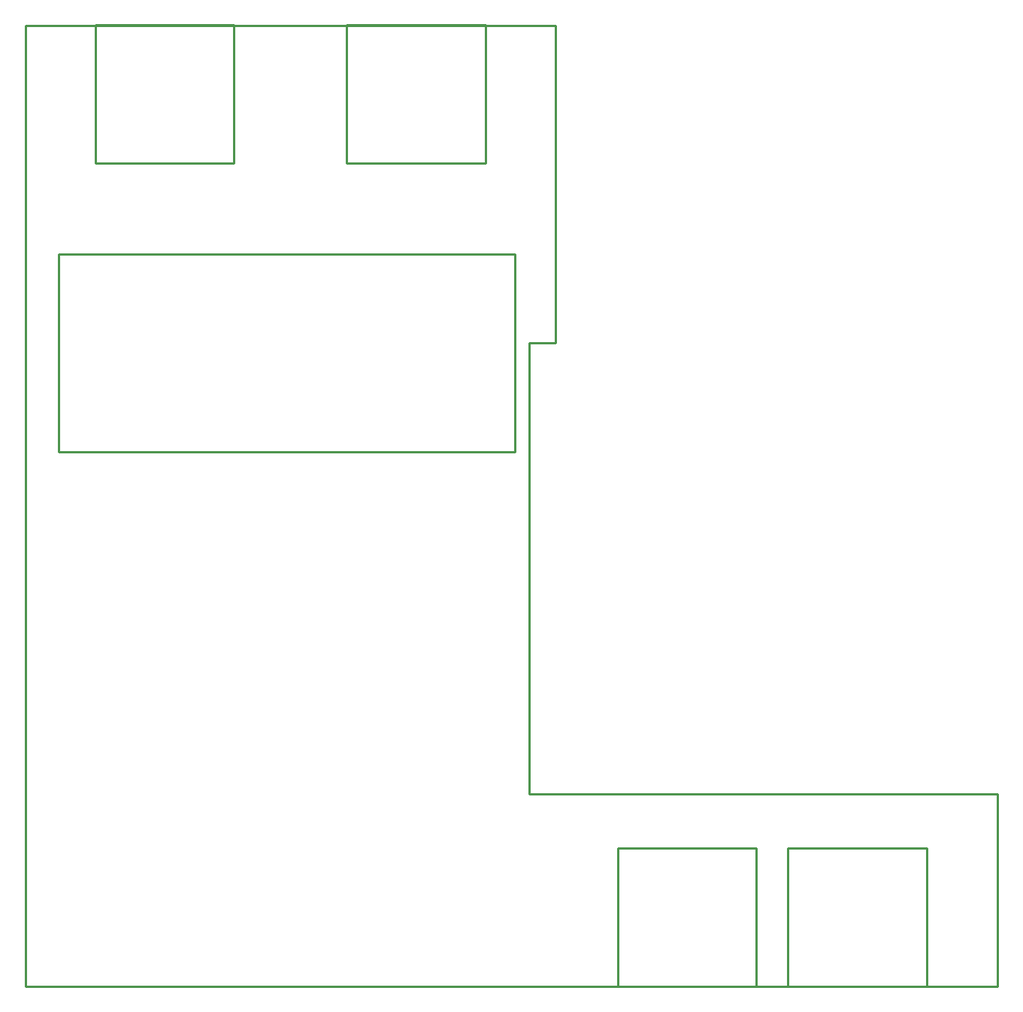
<source format=gko>
G04 Layer: BoardOutlineLayer*
G04 EasyEDA v6.5.29, 2023-07-16 15:11:24*
G04 187f5c6779fd422f98db1b48107103c3,5a6b42c53f6a479593ecc07194224c93,10*
G04 Gerber Generator version 0.2*
G04 Scale: 100 percent, Rotated: No, Reflected: No *
G04 Dimensions in millimeters *
G04 leading zeros omitted , absolute positions ,4 integer and 5 decimal *
%FSLAX45Y45*%
%MOMM*%

%ADD10C,0.2540*%
D10*
X127000Y11633200D02*
G01*
X6096000Y11633200D01*
X6095987Y8064484D01*
X5803887Y8064484D01*
X5803900Y2984500D01*
X11074400Y2984500D01*
X11074400Y812800D01*
X127000Y812800D01*
X127000Y11633200D01*
X498904Y9060705D02*
G01*
X498904Y6838205D01*
X498904Y6838205D02*
G01*
X5642404Y6838205D01*
X5642404Y6838205D02*
G01*
X5642404Y9060705D01*
X5642404Y9060705D02*
G01*
X498904Y9060705D01*
X6795388Y2375603D02*
G01*
X6795388Y813503D01*
X6795388Y813503D02*
G01*
X8357488Y813503D01*
X8357488Y813503D02*
G01*
X8357488Y2375603D01*
X8357488Y2375603D02*
G01*
X6795388Y2375603D01*
X8713088Y2375603D02*
G01*
X8713088Y813503D01*
X8713088Y813503D02*
G01*
X10275188Y813503D01*
X10275188Y813503D02*
G01*
X10275188Y2375603D01*
X10275188Y2375603D02*
G01*
X8713088Y2375603D01*
X914397Y11645877D02*
G01*
X914397Y10083777D01*
X914397Y10083777D02*
G01*
X2476497Y10083777D01*
X2476497Y10083777D02*
G01*
X2476497Y11645877D01*
X2476497Y11645877D02*
G01*
X914397Y11645877D01*
X3746492Y11645877D02*
G01*
X3746492Y10083777D01*
X3746492Y10083777D02*
G01*
X5308592Y10083777D01*
X5308592Y10083777D02*
G01*
X5308592Y11645877D01*
X5308592Y11645877D02*
G01*
X3746492Y11645877D01*

%LPD*%
M02*

</source>
